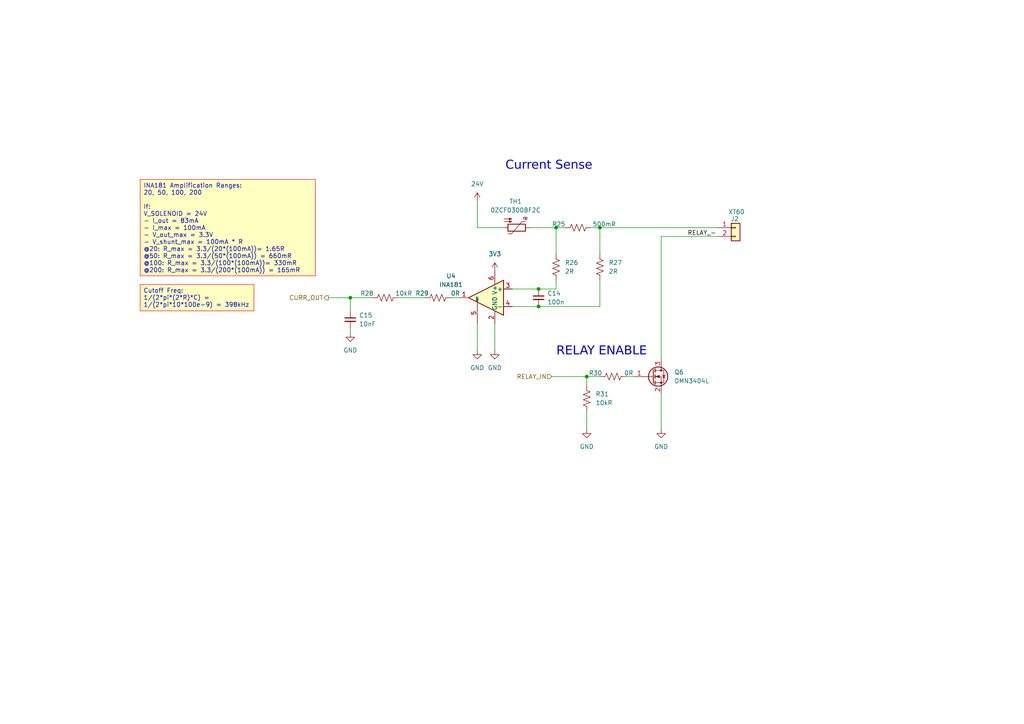
<source format=kicad_sch>
(kicad_sch (version 20231120) (generator "eeschema") (generator_version "8.0")
  (paper "A4")
  (title_block (title "${SHEETNAME}") (date "2024-11-22") (rev "1.0.0") (company "Demeter") (comment 1 "Akshat Doctor"))
  (lib_symbols
    (symbol "Amplifier_Current:INA181" (pin_names (offset 0.127))
      (property "Reference" "U" (at 3.81 3.81 0))
      (property "Value" "INA181" (at 3.81 -2.54 0))
      (symbol "INA181_0_1"
        (polyline (pts (xy 5.08 0) (xy -5.08 5.08) (xy -5.08 -5.08) (xy 5.08 0)) (stroke (width 0.254)) (fill (type background)))
      )
      (symbol "INA181_1_1"
        (pin output line (at 7.62 0 180) (length 2.54) (name "~") (number "1"))
        (pin power_in line (at -2.54 -7.62 90) (length 3.81) (name "GND") (number "2"))
        (pin input line (at -7.62 2.54 0) (length 2.54) (name "+") (number "3"))
        (pin input line (at -7.62 -2.54 0) (length 2.54) (name "-") (number "4"))
        (pin input line (at 2.54 -7.62 90) (length 6.35) (name "REF") (number "5"))
        (pin power_in line (at -2.54 7.62 270) (length 3.81) (name "V+") (number "6"))
      )
    )
    (symbol "Connector_Generic:Conn_01x02" (pin_names (offset 1.016) hide)
      (property "Reference" "J" (at 0 2.54 0))
      (property "Value" "Conn_01x02" (at 0 -5.08 0))
      (symbol "Conn_01x02_1_1"
        (rectangle (start -1.27 -2.413) (end 0 -2.667) (stroke (width 0.1524)))
        (rectangle (start -1.27 0.127) (end 0 -0.127) (stroke (width 0.1524)))
        (rectangle (start -1.27 1.27) (end 1.27 -3.81) (stroke (width 0.254)) (fill (type background)))
        (pin passive line (at -5.08 0 0) (length 3.81) (name "Pin_1") (number "1"))
        (pin passive line (at -5.08 -2.54 0) (length 3.81) (name "Pin_2") (number "2"))
      )
    )
    (symbol "Device:C_Small" (pin_numbers hide) (pin_names (offset 0.254) hide)
      (property "Reference" "C" (at 0.254 1.778 0))
      (property "Value" "C_Small" (at 0.254 -2.032 0))
      (symbol "C_Small_0_1"
        (polyline (pts (xy -1.524 -0.508) (xy 1.524 -0.508)) (stroke (width 0.3302)))
        (polyline (pts (xy -1.524 0.508) (xy 1.524 0.508)) (stroke (width 0.3048)))
      )
      (symbol "C_Small_1_1"
        (pin passive line (at 0 2.54 270) (length 2.032) (name "~") (number "1"))
        (pin passive line (at 0 -2.54 90) (length 2.032) (name "~") (number "2"))
      )
    )
    (symbol "Device:R_US" (pin_numbers hide) (pin_names (offset 0))
      (property "Reference" "R" (at 2.54 0 90))
      (property "Value" "R_US" (at -2.54 0 90))
      (symbol "R_US_0_1"
        (polyline (pts (xy 0 -2.286) (xy 0 -2.54)))
        (polyline (pts (xy 0 2.286) (xy 0 2.54)))
        (polyline (pts (xy 0 -0.762) (xy 1.016 -1.143) (xy 0 -1.524) (xy -1.016 -1.905) (xy 0 -2.286)))
        (polyline (pts (xy 0 0.762) (xy 1.016 0.381) (xy 0 0) (xy -1.016 -0.381) (xy 0 -0.762)))
        (polyline (pts (xy 0 2.286) (xy 1.016 1.905) (xy 0 1.524) (xy -1.016 1.143) (xy 0 0.762)))
      )
      (symbol "R_US_1_1"
        (pin passive line (at 0 3.81 270) (length 1.27) (name "~") (number "1"))
        (pin passive line (at 0 -3.81 90) (length 1.27) (name "~") (number "2"))
      )
    )
    (symbol "Device:Thermistor_PTC" (pin_numbers hide) (pin_names (offset 0))
      (property "Reference" "TH" (at -4.064 0 90))
      (property "Value" "Thermistor_PTC" (at 3.048 0 90))
      (symbol "Thermistor_PTC_0_1"
        (arc (start -3.048 2.159) (mid -3.0495 2.3143) (end -3.175 2.413))
        (arc (start -3.048 2.159) (mid -2.9736 1.9794) (end -2.794 1.905))
        (arc (start -3.048 2.794) (mid -2.9736 2.6144) (end -2.794 2.54))
        (arc (start -2.794 1.905) (mid -2.6144 1.9794) (end -2.54 2.159))
        (arc (start -2.794 2.54) (mid -2.4393 2.5587) (end -2.159 2.794))
        (arc (start -2.794 3.048) (mid -2.9736 2.9736) (end -3.048 2.794))
        (arc (start -2.54 2.794) (mid -2.6144 2.9736) (end -2.794 3.048))
        (rectangle (start -1.016 2.54) (end 1.016 -2.54) (stroke (width 0.254)))
        (polyline (pts (xy -2.54 2.159) (xy -2.54 2.794)))
        (polyline (pts (xy -1.778 2.54) (xy -1.778 1.524) (xy 1.778 -1.524) (xy 1.778 -2.54)))
        (polyline (pts (xy -2.54 -3.683) (xy -2.54 -1.397) (xy -2.794 -2.159) (xy -2.286 -2.159) (xy -2.54 -1.397) (xy -2.54 -1.651)) (fill (type outline)))
        (polyline (pts (xy -1.778 -3.683) (xy -1.778 -1.397) (xy -2.032 -2.159) (xy -1.524 -2.159) (xy -1.778 -1.397) (xy -1.778 -1.651)) (fill (type outline)))
      )
      (symbol "Thermistor_PTC_1_1"
        (pin passive line (at 0 3.81 270) (length 1.27) (name "~") (number "1"))
        (pin passive line (at 0 -3.81 90) (length 1.27) (name "~") (number "2"))
      )
    )
    (symbol "Transistor_FET:DMN3404L" (pin_names hide)
      (property "Reference" "Q" (at 5.08 1.905 0))
      (property "Value" "DMN3404L" (at 5.08 0 0))
      (symbol "DMN3404L_0_1"
        (polyline (pts (xy 0.254 0) (xy -2.54 0)))
        (polyline (pts (xy 0.254 1.905) (xy 0.254 -1.905)) (stroke (width 0.254)))
        (polyline (pts (xy 0.762 -1.27) (xy 0.762 -2.286)) (stroke (width 0.254)))
        (polyline (pts (xy 0.762 0.508) (xy 0.762 -0.508)) (stroke (width 0.254)))
        (polyline (pts (xy 0.762 2.286) (xy 0.762 1.27)) (stroke (width 0.254)))
        (polyline (pts (xy 2.54 2.54) (xy 2.54 1.778)))
        (polyline (pts (xy 2.54 -2.54) (xy 2.54 0) (xy 0.762 0)))
        (polyline (pts (xy 0.762 -1.778) (xy 3.302 -1.778) (xy 3.302 1.778) (xy 0.762 1.778)))
        (polyline (pts (xy 1.016 0) (xy 2.032 0.381) (xy 2.032 -0.381) (xy 1.016 0)) (fill (type outline)))
        (polyline (pts (xy 2.794 0.508) (xy 2.921 0.381) (xy 3.683 0.381) (xy 3.81 0.254)))
        (polyline (pts (xy 3.302 0.381) (xy 2.921 -0.254) (xy 3.683 -0.254) (xy 3.302 0.381)))
        (circle (center 1.651 0) (radius 2.794) (stroke (width 0.254)))
        (circle (center 2.54 -1.778) (radius 0.254) (fill (type outline)))
        (circle (center 2.54 1.778) (radius 0.254) (fill (type outline)))
      )
      (symbol "DMN3404L_1_1"
        (pin input line (at -5.08 0 0) (length 2.54) (name "G") (number "1"))
        (pin passive line (at 2.54 -5.08 90) (length 2.54) (name "S") (number "2"))
        (pin passive line (at 2.54 5.08 270) (length 2.54) (name "D") (number "3"))
      )
    )
    (symbol "power:GND" (power) (pin_numbers hide) (pin_names (offset 0) hide)
      (property "Value" "GND" (at 0 -3.81 0))
      (symbol "GND_0_1"
        (polyline (pts (xy 0 0) (xy 0 -1.27) (xy 1.27 -1.27) (xy 0 -2.54) (xy -1.27 -1.27) (xy 0 -1.27)))
      )
      (symbol "GND_1_1"
        (pin power_in line (at 0 0 270) (length 0) (name "~") (number "1"))
      )
    )
    (symbol "power:VBUS" (power) (pin_numbers hide) (pin_names (offset 0) hide)
      (property "Value" "VBUS" (at 0 3.556 0))
      (symbol "VBUS_0_1"
        (polyline (pts (xy -0.762 1.27) (xy 0 2.54)))
        (polyline (pts (xy 0 0) (xy 0 2.54)))
        (polyline (pts (xy 0 2.54) (xy 0.762 1.27)))
      )
      (symbol "VBUS_1_1"
        (pin power_in line (at 0 0 90) (length 0) (name "~") (number "1"))
      )
    )
  )
  (junction (at 161.29 66.04))
  (junction (at 101.6 86.36))
  (junction (at 173.99 66.04))
  (junction (at 156.21 83.82))
  (junction (at 170.18 109.22))
  (junction (at 156.21 88.9))
  (wire (pts (xy 148.59 83.82) (xy 156.21 83.82)))
  (wire (pts (xy 143.51 93.98) (xy 143.51 101.6)))
  (wire (pts (xy 170.18 109.22) (xy 173.99 109.22)))
  (wire (pts (xy 161.29 83.82) (xy 156.21 83.82)))
  (wire (pts (xy 170.18 111.76) (xy 170.18 109.22)))
  (wire (pts (xy 115.57 86.36) (xy 123.19 86.36)))
  (wire (pts (xy 191.77 114.3) (xy 191.77 124.46)))
  (wire (pts (xy 101.6 95.25) (xy 101.6 96.52)))
  (wire (pts (xy 153.67 66.04) (xy 161.29 66.04)))
  (wire (pts (xy 173.99 88.9) (xy 173.99 81.28)))
  (wire (pts (xy 161.29 66.04) (xy 161.29 73.66)))
  (wire (pts (xy 170.18 119.38) (xy 170.18 124.46)))
  (wire (pts (xy 160.02 109.22) (xy 170.18 109.22)))
  (wire (pts (xy 161.29 66.04) (xy 163.83 66.04)))
  (wire (pts (xy 161.29 81.28) (xy 161.29 83.82)))
  (wire (pts (xy 148.59 88.9) (xy 156.21 88.9)))
  (wire (pts (xy 181.61 109.22) (xy 184.15 109.22)))
  (wire (pts (xy 95.25 86.36) (xy 101.6 86.36)))
  (wire (pts (xy 101.6 86.36) (xy 107.95 86.36)))
  (wire (pts (xy 138.43 66.04) (xy 138.43 58.42)))
  (wire (pts (xy 191.77 68.58) (xy 208.28 68.58)))
  (wire (pts (xy 138.43 93.98) (xy 138.43 101.6)))
  (wire (pts (xy 156.21 88.9) (xy 173.99 88.9)))
  (wire (pts (xy 173.99 66.04) (xy 173.99 73.66)))
  (wire (pts (xy 191.77 104.14) (xy 191.77 68.58)))
  (wire (pts (xy 101.6 86.36) (xy 101.6 90.17)))
  (wire (pts (xy 130.81 86.36) (xy 133.35 86.36)))
  (wire (pts (xy 171.45 66.04) (xy 173.99 66.04)))
  (wire (pts (xy 138.43 66.04) (xy 146.05 66.04)))
  (wire (pts (xy 173.99 66.04) (xy 208.28 66.04)))
  (text_box "Cutoff Freq:\n1/(2*pi*(2*R)*C) = 1/(2*pi*10*100e-9) = 398kHz" (at 40.64 82.55 0) (size 33.02 7.62) (stroke (width 0) (color 255 0 0 1)) (fill (type color) (color 255 255 194 1)) (effects (font (size 1.27 1.27)) (justify left top)))
  (text_box "INA181 Amplification Ranges:\n20, 50, 100, 200\n\nIf:\nV_SOLENOID = 24V\n- I_out = 83mA\n- I_max = 100mA\n- V_out_max = 3.3V\n- V_shunt_max = 100mA * R\n@20: R_max = 3.3/(20*(100mA))= 1.65R\n@50: R_max = 3.3/(50*(100mA)) = 660mR\n@100: R_max = 3.3/(100*(100mA))= 330mR\n@200: R_max = 3.3/(200*(100mA)) = 165mR\n" (at 40.64 52.07 0) (size 50.8 27.94) (stroke (width 0) (color 255 0 0 1)) (fill (type color) (color 255 255 194 1)) (effects (font (size 1.27 1.27)) (justify left top)))
  (text "RELAY ENABLE\n" (exclude_from_sim yes) (at 174.498 102.616 0) (effects (font (size 2.54 2.54))))
  (text "Current Sense " (exclude_from_sim yes) (at 159.766 48.768 0) (effects (font (size 2.54 2.54))))
  (label "RELAY_-" (at 199.39 68.58 0))
  (hierarchical_label "CURR_OUT" (shape output) (at 95.25 86.36 180))
  (hierarchical_label "RELAY_IN" (shape input) (at 160.02 109.22 180))
  (symbol (lib_id "Device:C_Small") (at 101.6 92.71 0) (unit 1)
    (property "Reference" "C15" (at 104.14 91.4462 0) (effects (justify left)))
    (property "Value" "10nF" (at 104.14 93.9862 0) (effects (justify left)))
    (property "Description" "Unpolarized capacitor, small symbol" (effects (hide yes)))
    (instances (project "Germination" (path "" (reference "C15") (unit 1)) (path "" (reference "C37") (unit 1))))
  )
  (symbol (lib_id "Device:R_US") (at 161.29 77.47 180) (unit 1)
    (property "Reference" "R26" (at 163.83 76.1999 0) (effects (justify right)))
    (property "Value" "2R" (at 163.83 78.7399 0) (effects (justify right)))
    (property "Description" "Resistor, US symbol" (effects (hide yes)))
    (instances (project "Germination" (path "" (reference "R26") (unit 1)) (path "" (reference "R55") (unit 1))))
  )
  (symbol (lib_id "power:GND") (at 101.6 96.52 0) (unit 1)
    (property "Reference" "#PWR049" (effects (hide yes)))
    (property "Value" "GND" (at 101.6 101.6 0))
    (property "Description" "Power symbol creates a global label with name \"GND\" , ground" (effects (hide yes)))
    (instances (project "Germination" (path "" (reference "#PWR049") (unit 1)) (path "" (reference "#PWR0123") (unit 1))))
  )
  (symbol (lib_id "Device:C_Small") (at 156.21 86.36 0) (unit 1)
    (property "Reference" "C14" (at 158.75 85.0962 0) (effects (justify left)))
    (property "Value" "100n" (at 158.75 87.6362 0) (effects (justify left)))
    (property "Description" "Unpolarized capacitor, small symbol" (effects (hide yes)))
    (instances (project "Germination" (path "" (reference "C14") (unit 1)) (path "" (reference "C36") (unit 1))))
  )
  (symbol (lib_id "Device:R_US") (at 173.99 77.47 180) (unit 1)
    (property "Reference" "R27" (at 176.53 76.1999 0) (effects (justify right)))
    (property "Value" "2R" (at 176.53 78.7399 0) (effects (justify right)))
    (property "Description" "Resistor, US symbol" (effects (hide yes)))
    (instances (project "Germination" (path "" (reference "R27") (unit 1)) (path "" (reference "R56") (unit 1))))
  )
  (symbol (lib_id "power:GND") (at 138.43 101.6 0) (unit 1)
    (property "Reference" "#PWR050" (effects (hide yes)))
    (property "Value" "GND" (at 138.43 106.68 0))
    (property "Description" "Power symbol creates a global label with name \"GND\" , ground" (effects (hide yes)))
    (instances (project "Germination" (path "" (reference "#PWR050") (unit 1)) (path "" (reference "#PWR0124") (unit 1))))
  )
  (symbol (lib_id "Device:Thermistor_PTC") (at 149.86 66.04 270) (unit 1)
    (property "Reference" "TH1" (at 149.5425 58.42 90))
    (property "Value" "0ZCF0300BF2C" (at 149.5425 60.96 90))
    (property "Footprint" "Package_TO_SOT_SMD:SOT-363_SC-70-6" (effects (hide yes)))
    (property "Description" "Temperature dependent resistor, positive temperature coefficient" (effects (hide yes)))
    (instances (project "Germination" (path "" (reference "TH1") (unit 1)) (path "" (reference "TH3") (unit 1))))
  )
  (symbol (lib_id "Amplifier_Current:INA181") (at 140.97 86.36 0) (mirror y) (unit 1)
    (property "Reference" "U4" (at 130.81 80.0414 0))
    (property "Value" "INA181" (at 130.81 82.5814 0))
    (property "Footprint" "Package_TO_SOT_SMD:SOT-23-6" (effects (hide yes)))
    (property "Datasheet" "http://www.ti.com/lit/ds/symlink/ina181.pdf" (effects (hide yes)))
    (property "Description" "Bidirectional, Low- and High-Side Voltage Output, Current-Sense Amplifier, SOT-23-6" (effects (hide yes)))
    (instances (project "Germination" (path "" (reference "U4") (unit 1)) (path "" (reference "U10") (unit 1))))
  )
  (symbol (lib_id "Device:R_US") (at 170.18 115.57 180) (unit 1)
    (property "Reference" "R31" (at 172.72 114.2999 0) (effects (justify right)))
    (property "Value" "10kR" (at 172.72 116.8399 0) (effects (justify right)))
    (property "Description" "Resistor, US symbol" (effects (hide yes)))
    (instances (project "Germination" (path "" (reference "R31") (unit 1)) (path "" (reference "R60") (unit 1))))
  )
  (symbol (lib_id "power:GND") (at 143.51 101.6 0) (unit 1)
    (property "Reference" "#PWR051" (effects (hide yes)))
    (property "Value" "GND" (at 143.51 106.68 0))
    (property "Description" "Power symbol creates a global label with name \"GND\" , ground" (effects (hide yes)))
    (instances (project "Germination" (path "" (reference "#PWR051") (unit 1)) (path "" (reference "#PWR0125") (unit 1))))
  )
  (symbol (lib_id "power:GND") (at 170.18 124.46 0) (unit 1)
    (property "Reference" "#PWR052" (effects (hide yes)))
    (property "Value" "GND" (at 170.18 129.54 0))
    (property "Description" "Power symbol creates a global label with name \"GND\" , ground" (effects (hide yes)))
    (instances (project "Germination" (path "" (reference "#PWR052") (unit 1)) (path "" (reference "#PWR0126") (unit 1))))
  )
  (symbol (lib_id "power:VBUS") (at 138.43 58.42 0) (mirror y) (unit 1)
    (property "Reference" "#PWR047" (effects (hide yes)))
    (property "Value" "24V" (at 138.43 53.34 0))
    (property "Description" "Power symbol creates a global label with name \"VBUS\"" (effects (hide yes)))
    (instances (project "Germination" (path "" (reference "#PWR047") (unit 1)) (path "" (reference "#PWR0121") (unit 1))))
  )
  (symbol (lib_id "power:VBUS") (at 143.51 78.74 0) (mirror y) (unit 1)
    (property "Reference" "#PWR048" (effects (hide yes)))
    (property "Value" "3V3" (at 143.51 73.66 0))
    (property "Description" "Power symbol creates a global label with name \"VBUS\"" (effects (hide yes)))
    (instances (project "Germination" (path "" (reference "#PWR048") (unit 1)) (path "" (reference "#PWR0122") (unit 1))))
  )
  (symbol (lib_id "Device:R_US") (at 111.76 86.36 90) (unit 1)
    (property "Reference" "R28" (at 106.426 85.09 90))
    (property "Value" "10kR" (at 117.094 85.09 90))
    (property "Description" "Resistor, US symbol" (effects (hide yes)))
    (instances (project "Germination" (path "" (reference "R28") (unit 1)) (path "" (reference "R57") (unit 1))))
  )
  (symbol (lib_id "Transistor_FET:DMN3404L") (at 189.23 109.22 0) (unit 1)
    (property "Reference" "Q6" (at 195.58 107.9499 0) (effects (justify left)))
    (property "Value" "DMN3404L" (at 195.58 110.4899 0) (effects (justify left)))
    (property "Footprint" "Package_TO_SOT_SMD:SOT-23" (effects (hide yes)))
    (property "Datasheet" "http://www.diodes.com/assets/Datasheets/ds31787.pdf" (effects (hide yes)))
    (property "Description" "5.8A Id, 30V Vds, N-Channel MOSFET, SOT-23" (effects (hide yes)))
    (instances (project "Germination" (path "" (reference "Q6") (unit 1)) (path "" (reference "Q10") (unit 1))))
  )
  (symbol (lib_id "power:GND") (at 191.77 124.46 0) (unit 1)
    (property "Reference" "#PWR053" (effects (hide yes)))
    (property "Value" "GND" (at 191.77 129.54 0))
    (property "Description" "Power symbol creates a global label with name \"GND\" , ground" (effects (hide yes)))
    (instances (project "Germination" (path "" (reference "#PWR053") (unit 1)) (path "" (reference "#PWR0127") (unit 1))))
  )
  (symbol (lib_id "Device:R_US") (at 177.8 109.22 270) (unit 1)
    (property "Reference" "R30" (at 172.72 108.204 90))
    (property "Value" "0R" (at 182.372 108.204 90))
    (property "Description" "Resistor, US symbol" (effects (hide yes)))
    (instances (project "Germination" (path "" (reference "R30") (unit 1)) (path "" (reference "R59") (unit 1))))
  )
  (symbol (lib_id "Device:R_US") (at 127 86.36 270) (unit 1)
    (property "Reference" "R29" (at 122.428 85.09 90))
    (property "Value" "0R" (at 132.08 85.09 90))
    (property "Description" "Resistor, US symbol" (effects (hide yes)))
    (instances (project "Germination" (path "" (reference "R29") (unit 1)) (path "" (reference "R58") (unit 1))))
  )
  (symbol (lib_id "Device:R_US") (at 167.64 66.04 90) (unit 1)
    (property "Reference" "R25" (at 162.052 65.024 90))
    (property "Value" "500mR" (at 175.26 65.024 90))
    (property "Description" "Resistor, US symbol" (effects (hide yes)))
    (instances (project "Germination" (path "" (reference "R25") (unit 1)) (path "" (reference "R54") (unit 1))))
  )
  (symbol (lib_id "Connector_Generic:Conn_01x02") (at 213.36 66.04 0) (unit 1)
    (property "Reference" "J2" (at 213.106 63.5 0))
    (property "Value" "XT60" (at 213.614 61.468 0))
    (property "Description" "Generic connector, single row, 01x02, script generated (kicad-library-utils/schlib/autogen/connector/)" (effects (hide yes)))
    (instances (project "Germination" (path "" (reference "J2") (unit 1)) (path "" (reference "J7") (unit 1))))
  )
)
</source>
